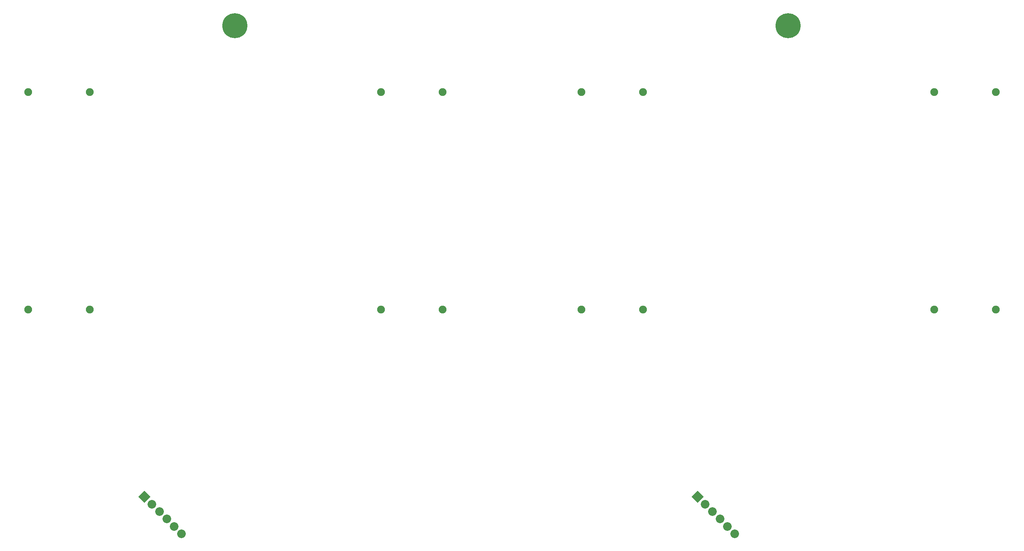
<source format=gbs>
%MOIN*%
%OFA0B0*%
%FSLAX46Y46*%
%IPPOS*%
%LPD*%
%ADD10C,0.0039370078740157488*%
%ADD11C,0.074803149606299218*%
%ADD12C,0.082677165354330714*%
%ADD13C,0.24015748031496062*%
%ADD24C,0.0039370078740157488*%
%ADD25C,0.074803149606299218*%
%ADD26C,0.082677165354330714*%
%ADD27C,0.24015748031496062*%
%LPD*%
G01*
D10*
D11*
X-0000417322Y0006377952D02*
X0004257401Y0004564566D03*
X0004847952Y0004564566D03*
X0004847952Y0002477952D03*
X0004257401Y0002477952D03*
X0000877401Y0004564566D03*
X0001467952Y0004564566D03*
X0001467952Y0002477952D03*
X0000877401Y0002477952D03*
D10*
G36*
X0001990157Y0000622640D02*
X0001931695Y0000681102D01*
X0001990157Y0000739563D01*
X0002048619Y0000681102D01*
X0001990157Y0000622640D01*
X0001990157Y0000622640D01*
G37*
D12*
X0002060868Y0000610391D02*
X0002060868Y0000610391D01*
X0002131578Y0000539681D02*
X0002131578Y0000539681D01*
X0002202289Y0000468970D02*
X0002202289Y0000468970D01*
X0002273000Y0000398259D02*
X0002273000Y0000398259D01*
X0002343710Y0000327548D02*
X0002343710Y0000327548D01*
D13*
X0002856299Y0005200787D03*
G04 next file*
%LPD*%
G04 #@! TF.FileFunction,Soldermask,Bot*
G04 Gerber Fmt 4.6, Leading zero omitted, Abs format (unit mm)*
G04 Created by KiCad (PCBNEW 4.0.4-stable) date 05/16/17 13:47:45*
G01*
G04 APERTURE LIST*
G04 APERTURE END LIST*
D24*
D25*
X0004881889Y0006377952D02*
X0009556614Y0004564566D03*
X0010147165Y0004564566D03*
X0010147165Y0002477952D03*
X0009556614Y0002477952D03*
X0006176614Y0004564566D03*
X0006767165Y0004564566D03*
X0006767165Y0002477952D03*
X0006176614Y0002477952D03*
D24*
G36*
X0007289370Y0000622640D02*
X0007230908Y0000681102D01*
X0007289370Y0000739563D01*
X0007347831Y0000681102D01*
X0007289370Y0000622640D01*
X0007289370Y0000622640D01*
G37*
D26*
X0007360080Y0000610391D02*
X0007360080Y0000610391D01*
X0007430791Y0000539681D02*
X0007430791Y0000539681D01*
X0007501502Y0000468970D02*
X0007501502Y0000468970D01*
X0007572212Y0000398259D02*
X0007572212Y0000398259D01*
X0007642923Y0000327548D02*
X0007642923Y0000327548D01*
D27*
X0008155511Y0005200787D03*
M02*
</source>
